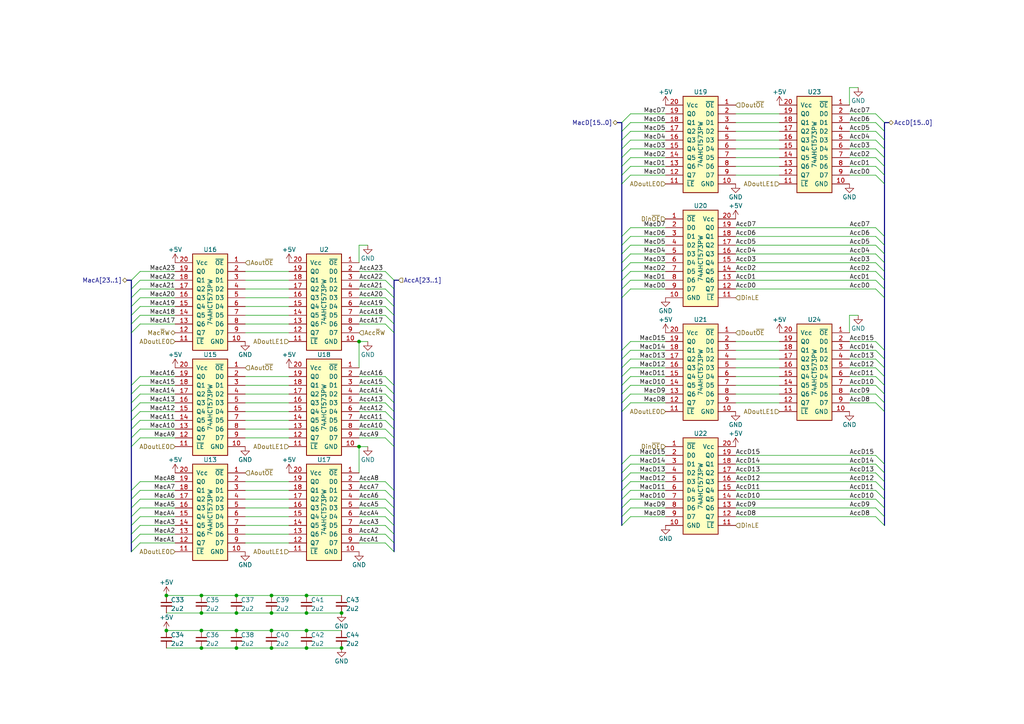
<source format=kicad_sch>
(kicad_sch (version 20211123) (generator eeschema)
  (paper "A4")
  (lib_symbols
    (symbol "Device:C_Small" (pin_numbers hide) (pin_names (offset 0.254) hide)
      (property "Reference" "C" (at 0.254 1.778 0))
      (property "Value" "C_Small" (at 0.254 -2.032 0))
      (symbol "C_Small_0_1"
        (polyline (pts (xy -1.524 -0.508) (xy 1.524 -0.508)) (stroke (width 0.3302)))
        (polyline (pts (xy -1.524 0.508) (xy 1.524 0.508)) (stroke (width 0.3048)))
      )
      (symbol "C_Small_1_1"
        (pin passive line (at 0 2.54 270) (length 2.032) (name "~") (number "1"))
        (pin passive line (at 0 -2.54 90) (length 2.032) (name "~") (number "2"))
      )
    )
    (symbol "GW_Logic:74573" (pin_names (offset 1.016))
      (property "Reference" "U" (at 0 15.24 0))
      (property "Value" "74573" (at 0 -15.24 0))
      (symbol "74573_0_1"
        (rectangle (start -5.08 13.97) (end 5.08 -13.97) (stroke (width 0.254)) (fill (type background)))
      )
      (symbol "74573_1_1"
        (pin input line (at -10.16 11.43 0) (length 5.08) (name "~{OE}") (number "1"))
        (pin power_in line (at -10.16 -11.43 0) (length 5.08) (name "GND") (number "10"))
        (pin input line (at 10.16 -11.43 180) (length 5.08) (name "~{LE}") (number "11"))
        (pin tri_state line (at 10.16 -8.89 180) (length 5.08) (name "Q7") (number "12"))
        (pin tri_state line (at 10.16 -6.35 180) (length 5.08) (name "Q6") (number "13"))
        (pin tri_state line (at 10.16 -3.81 180) (length 5.08) (name "Q5") (number "14"))
        (pin tri_state line (at 10.16 -1.27 180) (length 5.08) (name "Q4") (number "15"))
        (pin tri_state line (at 10.16 1.27 180) (length 5.08) (name "Q3") (number "16"))
        (pin tri_state line (at 10.16 3.81 180) (length 5.08) (name "Q2") (number "17"))
        (pin tri_state line (at 10.16 6.35 180) (length 5.08) (name "Q1") (number "18"))
        (pin tri_state line (at 10.16 8.89 180) (length 5.08) (name "Q0") (number "19"))
        (pin input line (at -10.16 8.89 0) (length 5.08) (name "D0") (number "2"))
        (pin power_in line (at 10.16 11.43 180) (length 5.08) (name "Vcc") (number "20"))
        (pin input line (at -10.16 6.35 0) (length 5.08) (name "D1") (number "3"))
        (pin input line (at -10.16 3.81 0) (length 5.08) (name "D2") (number "4"))
        (pin input line (at -10.16 1.27 0) (length 5.08) (name "D3") (number "5"))
        (pin input line (at -10.16 -1.27 0) (length 5.08) (name "D4") (number "6"))
        (pin input line (at -10.16 -3.81 0) (length 5.08) (name "D5") (number "7"))
        (pin input line (at -10.16 -6.35 0) (length 5.08) (name "D6") (number "8"))
        (pin input line (at -10.16 -8.89 0) (length 5.08) (name "D7") (number "9"))
      )
    )
    (symbol "power:+5V" (power) (pin_names (offset 0))
      (property "Value" "+5V" (at 0 3.556 0))
      (symbol "+5V_0_1"
        (polyline (pts (xy -0.762 1.27) (xy 0 2.54)))
        (polyline (pts (xy 0 0) (xy 0 2.54)))
        (polyline (pts (xy 0 2.54) (xy 0.762 1.27)))
      )
      (symbol "+5V_1_1"
        (pin power_in line (at 0 0 90) (length 0) hide (name "+5V") (number "1"))
      )
    )
    (symbol "power:GND" (power) (pin_names (offset 0))
      (property "Value" "GND" (at 0 -3.81 0))
      (symbol "GND_0_1"
        (polyline (pts (xy 0 0) (xy 0 -1.27) (xy 1.27 -1.27) (xy 0 -2.54) (xy -1.27 -1.27) (xy 0 -1.27)))
      )
      (symbol "GND_1_1"
        (pin power_in line (at 0 0 270) (length 0) hide (name "GND") (number "1"))
      )
    )
  )
  (junction (at 58.42 182.88))
  (junction (at 78.74 187.96))
  (junction (at 78.74 182.88))
  (junction (at 104.14 129.54))
  (junction (at 78.74 177.8))
  (junction (at 68.58 172.72))
  (junction (at 68.58 187.96))
  (junction (at 99.06 177.8))
  (junction (at 88.9 182.88))
  (junction (at 104.14 99.06))
  (junction (at 48.26 182.88))
  (junction (at 88.9 187.96))
  (junction (at 58.42 177.8))
  (junction (at 99.06 187.96))
  (junction (at 68.58 182.88))
  (junction (at 68.58 177.8))
  (junction (at 58.42 187.96))
  (junction (at 88.9 172.72))
  (junction (at 58.42 172.72))
  (junction (at 48.26 172.72))
  (junction (at 78.74 172.72))
  (junction (at 88.9 177.8))
  (bus_entry (at 254 104.14) (size 2.54 2.54))
  (bus_entry (at 111.76 144.78) (size 2.54 2.54))
  (bus_entry (at 111.76 78.74) (size 2.54 2.54))
  (bus_entry (at 111.76 109.22) (size 2.54 2.54))
  (bus_entry (at 182.88 114.3) (size -2.54 2.54))
  (bus_entry (at 111.76 152.4) (size 2.54 2.54))
  (bus_entry (at 254 99.06) (size 2.54 2.54))
  (bus_entry (at 182.88 50.8) (size -2.54 2.54))
  (bus_entry (at 40.64 121.92) (size -2.54 2.54))
  (bus_entry (at 40.64 86.36) (size -2.54 2.54))
  (bus_entry (at 182.88 66.04) (size -2.54 2.54))
  (bus_entry (at 40.64 88.9) (size -2.54 2.54))
  (bus_entry (at 111.76 88.9) (size 2.54 2.54))
  (bus_entry (at 182.88 137.16) (size -2.54 2.54))
  (bus_entry (at 254 116.84) (size 2.54 2.54))
  (bus_entry (at 182.88 68.58) (size -2.54 2.54))
  (bus_entry (at 182.88 101.6) (size -2.54 2.54))
  (bus_entry (at 111.76 116.84) (size 2.54 2.54))
  (bus_entry (at 40.64 119.38) (size -2.54 2.54))
  (bus_entry (at 254 48.26) (size 2.54 2.54))
  (bus_entry (at 111.76 83.82) (size 2.54 2.54))
  (bus_entry (at 254 45.72) (size 2.54 2.54))
  (bus_entry (at 40.64 142.24) (size -2.54 2.54))
  (bus_entry (at 40.64 124.46) (size -2.54 2.54))
  (bus_entry (at 254 114.3) (size 2.54 2.54))
  (bus_entry (at 40.64 127) (size -2.54 2.54))
  (bus_entry (at 40.64 152.4) (size -2.54 2.54))
  (bus_entry (at 254 50.8) (size 2.54 2.54))
  (bus_entry (at 111.76 142.24) (size 2.54 2.54))
  (bus_entry (at 254 43.18) (size 2.54 2.54))
  (bus_entry (at 40.64 81.28) (size -2.54 2.54))
  (bus_entry (at 182.88 144.78) (size -2.54 2.54))
  (bus_entry (at 254 83.82) (size 2.54 2.54))
  (bus_entry (at 182.88 109.22) (size -2.54 2.54))
  (bus_entry (at 111.76 111.76) (size 2.54 2.54))
  (bus_entry (at 182.88 78.74) (size -2.54 2.54))
  (bus_entry (at 182.88 134.62) (size -2.54 2.54))
  (bus_entry (at 254 73.66) (size 2.54 2.54))
  (bus_entry (at 182.88 83.82) (size -2.54 2.54))
  (bus_entry (at 182.88 43.18) (size -2.54 2.54))
  (bus_entry (at 254 40.64) (size 2.54 2.54))
  (bus_entry (at 111.76 147.32) (size 2.54 2.54))
  (bus_entry (at 254 149.86) (size 2.54 2.54))
  (bus_entry (at 40.64 139.7) (size -2.54 2.54))
  (bus_entry (at 182.88 40.64) (size -2.54 2.54))
  (bus_entry (at 254 68.58) (size 2.54 2.54))
  (bus_entry (at 254 33.02) (size 2.54 2.54))
  (bus_entry (at 111.76 91.44) (size 2.54 2.54))
  (bus_entry (at 182.88 111.76) (size -2.54 2.54))
  (bus_entry (at 182.88 106.68) (size -2.54 2.54))
  (bus_entry (at 182.88 71.12) (size -2.54 2.54))
  (bus_entry (at 254 106.68) (size 2.54 2.54))
  (bus_entry (at 182.88 139.7) (size -2.54 2.54))
  (bus_entry (at 40.64 78.74) (size -2.54 2.54))
  (bus_entry (at 254 142.24) (size 2.54 2.54))
  (bus_entry (at 254 139.7) (size 2.54 2.54))
  (bus_entry (at 254 71.12) (size 2.54 2.54))
  (bus_entry (at 40.64 93.98) (size -2.54 2.54))
  (bus_entry (at 254 78.74) (size 2.54 2.54))
  (bus_entry (at 111.76 127) (size 2.54 2.54))
  (bus_entry (at 111.76 119.38) (size 2.54 2.54))
  (bus_entry (at 182.88 147.32) (size -2.54 2.54))
  (bus_entry (at 111.76 121.92) (size 2.54 2.54))
  (bus_entry (at 254 147.32) (size 2.54 2.54))
  (bus_entry (at 111.76 139.7) (size 2.54 2.54))
  (bus_entry (at 111.76 114.3) (size 2.54 2.54))
  (bus_entry (at 254 66.04) (size 2.54 2.54))
  (bus_entry (at 182.88 116.84) (size -2.54 2.54))
  (bus_entry (at 182.88 48.26) (size -2.54 2.54))
  (bus_entry (at 40.64 109.22) (size -2.54 2.54))
  (bus_entry (at 182.88 33.02) (size -2.54 2.54))
  (bus_entry (at 40.64 114.3) (size -2.54 2.54))
  (bus_entry (at 111.76 149.86) (size 2.54 2.54))
  (bus_entry (at 111.76 154.94) (size 2.54 2.54))
  (bus_entry (at 40.64 111.76) (size -2.54 2.54))
  (bus_entry (at 254 132.08) (size 2.54 2.54))
  (bus_entry (at 40.64 149.86) (size -2.54 2.54))
  (bus_entry (at 182.88 76.2) (size -2.54 2.54))
  (bus_entry (at 182.88 132.08) (size -2.54 2.54))
  (bus_entry (at 254 144.78) (size 2.54 2.54))
  (bus_entry (at 40.64 154.94) (size -2.54 2.54))
  (bus_entry (at 111.76 81.28) (size 2.54 2.54))
  (bus_entry (at 254 35.56) (size 2.54 2.54))
  (bus_entry (at 40.64 157.48) (size -2.54 2.54))
  (bus_entry (at 182.88 104.14) (size -2.54 2.54))
  (bus_entry (at 182.88 45.72) (size -2.54 2.54))
  (bus_entry (at 40.64 83.82) (size -2.54 2.54))
  (bus_entry (at 254 38.1) (size 2.54 2.54))
  (bus_entry (at 111.76 124.46) (size 2.54 2.54))
  (bus_entry (at 254 111.76) (size 2.54 2.54))
  (bus_entry (at 40.64 144.78) (size -2.54 2.54))
  (bus_entry (at 254 109.22) (size 2.54 2.54))
  (bus_entry (at 182.88 149.86) (size -2.54 2.54))
  (bus_entry (at 111.76 86.36) (size 2.54 2.54))
  (bus_entry (at 182.88 99.06) (size -2.54 2.54))
  (bus_entry (at 182.88 38.1) (size -2.54 2.54))
  (bus_entry (at 111.76 157.48) (size 2.54 2.54))
  (bus_entry (at 254 76.2) (size 2.54 2.54))
  (bus_entry (at 254 137.16) (size 2.54 2.54))
  (bus_entry (at 182.88 73.66) (size -2.54 2.54))
  (bus_entry (at 254 101.6) (size 2.54 2.54))
  (bus_entry (at 40.64 116.84) (size -2.54 2.54))
  (bus_entry (at 40.64 147.32) (size -2.54 2.54))
  (bus_entry (at 254 81.28) (size 2.54 2.54))
  (bus_entry (at 40.64 91.44) (size -2.54 2.54))
  (bus_entry (at 111.76 93.98) (size 2.54 2.54))
  (bus_entry (at 182.88 81.28) (size -2.54 2.54))
  (bus_entry (at 182.88 35.56) (size -2.54 2.54))
  (bus_entry (at 254 134.62) (size 2.54 2.54))
  (bus_entry (at 182.88 142.24) (size -2.54 2.54))
  (wire (pts (xy 246.38 38.1) (xy 254 38.1)))
  (wire (pts (xy 48.26 177.8) (xy 58.42 177.8)))
  (bus (pts (xy 256.54 109.22) (xy 256.54 111.76)))
  (wire (pts (xy 71.12 147.32) (xy 83.82 147.32)))
  (wire (pts (xy 182.88 71.12) (xy 193.04 71.12)))
  (wire (pts (xy 50.8 109.22) (xy 40.64 109.22)))
  (wire (pts (xy 71.12 83.82) (xy 83.82 83.82)))
  (wire (pts (xy 50.8 144.78) (xy 40.64 144.78)))
  (wire (pts (xy 88.9 182.88) (xy 99.06 182.88)))
  (wire (pts (xy 213.36 139.7) (xy 254 139.7)))
  (wire (pts (xy 50.8 78.74) (xy 40.64 78.74)))
  (bus (pts (xy 257.81 35.56) (xy 256.54 35.56)))
  (wire (pts (xy 50.8 83.82) (xy 40.64 83.82)))
  (wire (pts (xy 50.8 127) (xy 40.64 127)))
  (bus (pts (xy 256.54 50.8) (xy 256.54 53.34)))
  (bus (pts (xy 114.3 152.4) (xy 114.3 154.94)))
  (wire (pts (xy 104.14 129.54) (xy 106.68 129.54)))
  (wire (pts (xy 213.36 114.3) (xy 226.06 114.3)))
  (wire (pts (xy 213.36 104.14) (xy 226.06 104.14)))
  (wire (pts (xy 246.38 91.44) (xy 248.92 91.44)))
  (bus (pts (xy 38.1 152.4) (xy 38.1 154.94)))
  (bus (pts (xy 180.34 116.84) (xy 180.34 119.38)))
  (bus (pts (xy 180.34 43.18) (xy 180.34 45.72)))
  (wire (pts (xy 182.88 83.82) (xy 193.04 83.82)))
  (wire (pts (xy 50.8 149.86) (xy 40.64 149.86)))
  (wire (pts (xy 71.12 139.7) (xy 83.82 139.7)))
  (bus (pts (xy 256.54 86.36) (xy 256.54 101.6)))
  (wire (pts (xy 48.26 182.88) (xy 58.42 182.88)))
  (bus (pts (xy 180.34 35.56) (xy 180.34 38.1)))
  (wire (pts (xy 71.12 109.22) (xy 83.82 109.22)))
  (bus (pts (xy 256.54 83.82) (xy 256.54 86.36)))
  (bus (pts (xy 256.54 53.34) (xy 256.54 68.58)))
  (wire (pts (xy 213.36 144.78) (xy 254 144.78)))
  (bus (pts (xy 180.34 38.1) (xy 180.34 40.64)))
  (wire (pts (xy 213.36 68.58) (xy 254 68.58)))
  (wire (pts (xy 182.88 38.1) (xy 193.04 38.1)))
  (wire (pts (xy 104.14 91.44) (xy 111.76 91.44)))
  (bus (pts (xy 38.1 119.38) (xy 38.1 121.92)))
  (wire (pts (xy 50.8 111.76) (xy 40.64 111.76)))
  (wire (pts (xy 71.12 121.92) (xy 83.82 121.92)))
  (wire (pts (xy 182.88 144.78) (xy 193.04 144.78)))
  (wire (pts (xy 50.8 91.44) (xy 40.64 91.44)))
  (wire (pts (xy 213.36 45.72) (xy 226.06 45.72)))
  (wire (pts (xy 71.12 119.38) (xy 83.82 119.38)))
  (wire (pts (xy 58.42 187.96) (xy 68.58 187.96)))
  (bus (pts (xy 38.1 83.82) (xy 38.1 86.36)))
  (bus (pts (xy 256.54 144.78) (xy 256.54 147.32)))
  (wire (pts (xy 246.38 111.76) (xy 254 111.76)))
  (bus (pts (xy 38.1 149.86) (xy 38.1 152.4)))
  (bus (pts (xy 114.3 149.86) (xy 114.3 152.4)))
  (bus (pts (xy 114.3 88.9) (xy 114.3 91.44)))
  (wire (pts (xy 48.26 172.72) (xy 58.42 172.72)))
  (wire (pts (xy 213.36 76.2) (xy 254 76.2)))
  (wire (pts (xy 71.12 152.4) (xy 83.82 152.4)))
  (wire (pts (xy 213.36 106.68) (xy 226.06 106.68)))
  (wire (pts (xy 50.8 86.36) (xy 40.64 86.36)))
  (bus (pts (xy 180.34 104.14) (xy 180.34 106.68)))
  (wire (pts (xy 104.14 147.32) (xy 111.76 147.32)))
  (wire (pts (xy 246.38 48.26) (xy 254 48.26)))
  (bus (pts (xy 179.07 35.56) (xy 180.34 35.56)))
  (bus (pts (xy 256.54 68.58) (xy 256.54 71.12)))
  (wire (pts (xy 78.74 172.72) (xy 88.9 172.72)))
  (bus (pts (xy 180.34 48.26) (xy 180.34 50.8)))
  (wire (pts (xy 182.88 76.2) (xy 193.04 76.2)))
  (bus (pts (xy 256.54 137.16) (xy 256.54 139.7)))
  (wire (pts (xy 213.36 99.06) (xy 226.06 99.06)))
  (bus (pts (xy 114.3 96.52) (xy 114.3 111.76)))
  (wire (pts (xy 246.38 45.72) (xy 254 45.72)))
  (wire (pts (xy 104.14 152.4) (xy 111.76 152.4)))
  (bus (pts (xy 180.34 40.64) (xy 180.34 43.18)))
  (wire (pts (xy 182.88 50.8) (xy 193.04 50.8)))
  (wire (pts (xy 182.88 134.62) (xy 193.04 134.62)))
  (wire (pts (xy 213.36 66.04) (xy 254 66.04)))
  (bus (pts (xy 180.34 144.78) (xy 180.34 147.32)))
  (wire (pts (xy 104.14 83.82) (xy 111.76 83.82)))
  (wire (pts (xy 71.12 78.74) (xy 83.82 78.74)))
  (bus (pts (xy 38.1 142.24) (xy 38.1 144.78)))
  (bus (pts (xy 180.34 76.2) (xy 180.34 78.74)))
  (wire (pts (xy 71.12 144.78) (xy 83.82 144.78)))
  (wire (pts (xy 50.8 139.7) (xy 40.64 139.7)))
  (wire (pts (xy 50.8 93.98) (xy 40.64 93.98)))
  (wire (pts (xy 213.36 43.18) (xy 226.06 43.18)))
  (bus (pts (xy 38.1 147.32) (xy 38.1 149.86)))
  (wire (pts (xy 213.36 38.1) (xy 226.06 38.1)))
  (wire (pts (xy 182.88 111.76) (xy 193.04 111.76)))
  (wire (pts (xy 213.36 81.28) (xy 254 81.28)))
  (bus (pts (xy 256.54 45.72) (xy 256.54 48.26)))
  (wire (pts (xy 71.12 93.98) (xy 83.82 93.98)))
  (wire (pts (xy 182.88 137.16) (xy 193.04 137.16)))
  (wire (pts (xy 50.8 114.3) (xy 40.64 114.3)))
  (bus (pts (xy 114.3 127) (xy 114.3 129.54)))
  (wire (pts (xy 104.14 93.98) (xy 111.76 93.98)))
  (bus (pts (xy 256.54 76.2) (xy 256.54 78.74)))
  (wire (pts (xy 213.36 48.26) (xy 226.06 48.26)))
  (bus (pts (xy 256.54 134.62) (xy 256.54 137.16)))
  (wire (pts (xy 104.14 86.36) (xy 111.76 86.36)))
  (wire (pts (xy 104.14 116.84) (xy 111.76 116.84)))
  (bus (pts (xy 114.3 114.3) (xy 114.3 116.84)))
  (wire (pts (xy 213.36 78.74) (xy 254 78.74)))
  (wire (pts (xy 58.42 172.72) (xy 68.58 172.72)))
  (bus (pts (xy 114.3 142.24) (xy 114.3 144.78)))
  (wire (pts (xy 246.38 25.4) (xy 248.92 25.4)))
  (bus (pts (xy 180.34 114.3) (xy 180.34 116.84)))
  (wire (pts (xy 182.88 43.18) (xy 193.04 43.18)))
  (wire (pts (xy 246.38 99.06) (xy 254 99.06)))
  (bus (pts (xy 38.1 157.48) (xy 38.1 160.02)))
  (wire (pts (xy 104.14 157.48) (xy 111.76 157.48)))
  (bus (pts (xy 114.3 121.92) (xy 114.3 124.46)))
  (bus (pts (xy 180.34 137.16) (xy 180.34 139.7)))
  (bus (pts (xy 38.1 144.78) (xy 38.1 147.32)))
  (bus (pts (xy 38.1 154.94) (xy 38.1 157.48)))
  (wire (pts (xy 50.8 88.9) (xy 40.64 88.9)))
  (wire (pts (xy 104.14 129.54) (xy 104.14 137.16)))
  (wire (pts (xy 213.36 109.22) (xy 226.06 109.22)))
  (wire (pts (xy 246.38 109.22) (xy 254 109.22)))
  (bus (pts (xy 256.54 78.74) (xy 256.54 81.28)))
  (bus (pts (xy 180.34 139.7) (xy 180.34 142.24)))
  (bus (pts (xy 38.1 93.98) (xy 38.1 96.52)))
  (wire (pts (xy 58.42 182.88) (xy 68.58 182.88)))
  (bus (pts (xy 38.1 111.76) (xy 38.1 114.3)))
  (bus (pts (xy 180.34 106.68) (xy 180.34 109.22)))
  (wire (pts (xy 104.14 139.7) (xy 111.76 139.7)))
  (wire (pts (xy 88.9 177.8) (xy 99.06 177.8)))
  (bus (pts (xy 180.34 68.58) (xy 180.34 71.12)))
  (wire (pts (xy 213.36 142.24) (xy 254 142.24)))
  (wire (pts (xy 50.8 157.48) (xy 40.64 157.48)))
  (bus (pts (xy 256.54 119.38) (xy 256.54 134.62)))
  (bus (pts (xy 38.1 96.52) (xy 38.1 111.76)))
  (bus (pts (xy 114.3 147.32) (xy 114.3 149.86)))
  (wire (pts (xy 68.58 187.96) (xy 78.74 187.96)))
  (bus (pts (xy 256.54 139.7) (xy 256.54 142.24)))
  (wire (pts (xy 71.12 142.24) (xy 83.82 142.24)))
  (wire (pts (xy 246.38 106.68) (xy 254 106.68)))
  (wire (pts (xy 104.14 119.38) (xy 111.76 119.38)))
  (bus (pts (xy 38.1 124.46) (xy 38.1 127)))
  (wire (pts (xy 71.12 114.3) (xy 83.82 114.3)))
  (wire (pts (xy 104.14 81.28) (xy 111.76 81.28)))
  (wire (pts (xy 182.88 106.68) (xy 193.04 106.68)))
  (wire (pts (xy 246.38 33.02) (xy 254 33.02)))
  (wire (pts (xy 71.12 91.44) (xy 83.82 91.44)))
  (wire (pts (xy 50.8 142.24) (xy 40.64 142.24)))
  (bus (pts (xy 38.1 116.84) (xy 38.1 119.38)))
  (bus (pts (xy 256.54 35.56) (xy 256.54 38.1)))
  (bus (pts (xy 256.54 71.12) (xy 256.54 73.66)))
  (wire (pts (xy 50.8 121.92) (xy 40.64 121.92)))
  (bus (pts (xy 38.1 86.36) (xy 38.1 88.9)))
  (bus (pts (xy 114.3 86.36) (xy 114.3 88.9)))
  (bus (pts (xy 180.34 111.76) (xy 180.34 114.3)))
  (wire (pts (xy 182.88 142.24) (xy 193.04 142.24)))
  (wire (pts (xy 104.14 121.92) (xy 111.76 121.92)))
  (wire (pts (xy 104.14 149.86) (xy 111.76 149.86)))
  (wire (pts (xy 71.12 111.76) (xy 83.82 111.76)))
  (bus (pts (xy 256.54 106.68) (xy 256.54 109.22)))
  (wire (pts (xy 182.88 33.02) (xy 193.04 33.02)))
  (bus (pts (xy 114.3 119.38) (xy 114.3 121.92)))
  (bus (pts (xy 38.1 114.3) (xy 38.1 116.84)))
  (wire (pts (xy 213.36 50.8) (xy 226.06 50.8)))
  (bus (pts (xy 180.34 81.28) (xy 180.34 83.82)))
  (bus (pts (xy 256.54 73.66) (xy 256.54 76.2)))
  (wire (pts (xy 106.68 71.12) (xy 104.14 71.12)))
  (wire (pts (xy 182.88 114.3) (xy 193.04 114.3)))
  (wire (pts (xy 182.88 139.7) (xy 193.04 139.7)))
  (wire (pts (xy 71.12 81.28) (xy 83.82 81.28)))
  (wire (pts (xy 78.74 187.96) (xy 88.9 187.96)))
  (wire (pts (xy 213.36 33.02) (xy 226.06 33.02)))
  (wire (pts (xy 71.12 157.48) (xy 83.82 157.48)))
  (bus (pts (xy 180.34 119.38) (xy 180.34 134.62)))
  (bus (pts (xy 114.3 83.82) (xy 114.3 86.36)))
  (bus (pts (xy 180.34 109.22) (xy 180.34 111.76)))
  (wire (pts (xy 182.88 48.26) (xy 193.04 48.26)))
  (bus (pts (xy 36.83 81.28) (xy 38.1 81.28)))
  (bus (pts (xy 256.54 114.3) (xy 256.54 116.84)))
  (wire (pts (xy 50.8 147.32) (xy 40.64 147.32)))
  (wire (pts (xy 71.12 86.36) (xy 83.82 86.36)))
  (bus (pts (xy 114.3 81.28) (xy 114.3 83.82)))
  (wire (pts (xy 213.36 147.32) (xy 254 147.32)))
  (wire (pts (xy 213.36 116.84) (xy 226.06 116.84)))
  (wire (pts (xy 104.14 76.2) (xy 104.14 71.12)))
  (wire (pts (xy 50.8 116.84) (xy 40.64 116.84)))
  (bus (pts (xy 114.3 116.84) (xy 114.3 119.38)))
  (wire (pts (xy 182.88 68.58) (xy 193.04 68.58)))
  (wire (pts (xy 78.74 182.88) (xy 88.9 182.88)))
  (wire (pts (xy 213.36 132.08) (xy 254 132.08)))
  (wire (pts (xy 104.14 124.46) (xy 111.76 124.46)))
  (bus (pts (xy 180.34 142.24) (xy 180.34 144.78)))
  (wire (pts (xy 104.14 144.78) (xy 111.76 144.78)))
  (wire (pts (xy 104.14 142.24) (xy 111.76 142.24)))
  (wire (pts (xy 104.14 154.94) (xy 111.76 154.94)))
  (wire (pts (xy 246.38 50.8) (xy 254 50.8)))
  (bus (pts (xy 114.3 144.78) (xy 114.3 147.32)))
  (wire (pts (xy 213.36 137.16) (xy 254 137.16)))
  (bus (pts (xy 38.1 129.54) (xy 38.1 142.24)))
  (bus (pts (xy 114.3 111.76) (xy 114.3 114.3)))
  (wire (pts (xy 88.9 187.96) (xy 99.06 187.96)))
  (wire (pts (xy 104.14 106.68) (xy 104.14 99.06)))
  (wire (pts (xy 246.38 40.64) (xy 254 40.64)))
  (wire (pts (xy 182.88 109.22) (xy 193.04 109.22)))
  (wire (pts (xy 78.74 177.8) (xy 88.9 177.8)))
  (wire (pts (xy 213.36 35.56) (xy 226.06 35.56)))
  (wire (pts (xy 104.14 88.9) (xy 111.76 88.9)))
  (bus (pts (xy 180.34 149.86) (xy 180.34 152.4)))
  (wire (pts (xy 246.38 35.56) (xy 254 35.56)))
  (wire (pts (xy 50.8 119.38) (xy 40.64 119.38)))
  (wire (pts (xy 182.88 99.06) (xy 193.04 99.06)))
  (wire (pts (xy 106.68 99.06) (xy 104.14 99.06)))
  (wire (pts (xy 71.12 149.86) (xy 83.82 149.86)))
  (bus (pts (xy 180.34 134.62) (xy 180.34 137.16)))
  (wire (pts (xy 71.12 96.52) (xy 83.82 96.52)))
  (wire (pts (xy 71.12 88.9) (xy 83.82 88.9)))
  (bus (pts (xy 38.1 81.28) (xy 38.1 83.82)))
  (wire (pts (xy 182.88 81.28) (xy 193.04 81.28)))
  (wire (pts (xy 246.38 116.84) (xy 254 116.84)))
  (bus (pts (xy 38.1 121.92) (xy 38.1 124.46)))
  (bus (pts (xy 180.34 73.66) (xy 180.34 76.2)))
  (bus (pts (xy 256.54 38.1) (xy 256.54 40.64)))
  (bus (pts (xy 256.54 111.76) (xy 256.54 114.3)))
  (bus (pts (xy 180.34 86.36) (xy 180.34 101.6)))
  (bus (pts (xy 180.34 53.34) (xy 180.34 68.58)))
  (wire (pts (xy 213.36 134.62) (xy 254 134.62)))
  (wire (pts (xy 182.88 35.56) (xy 193.04 35.56)))
  (bus (pts (xy 38.1 127) (xy 38.1 129.54)))
  (wire (pts (xy 182.88 147.32) (xy 193.04 147.32)))
  (wire (pts (xy 71.12 154.94) (xy 83.82 154.94)))
  (wire (pts (xy 50.8 154.94) (xy 40.64 154.94)))
  (bus (pts (xy 180.34 101.6) (xy 180.34 104.14)))
  (wire (pts (xy 182.88 149.86) (xy 193.04 149.86)))
  (wire (pts (xy 104.14 78.74) (xy 111.76 78.74)))
  (bus (pts (xy 256.54 43.18) (xy 256.54 45.72)))
  (bus (pts (xy 115.57 81.28) (xy 114.3 81.28)))
  (bus (pts (xy 180.34 45.72) (xy 180.34 48.26)))
  (bus (pts (xy 256.54 48.26) (xy 256.54 50.8)))
  (bus (pts (xy 256.54 104.14) (xy 256.54 106.68)))
  (wire (pts (xy 213.36 83.82) (xy 254 83.82)))
  (bus (pts (xy 256.54 40.64) (xy 256.54 43.18)))
  (wire (pts (xy 182.88 40.64) (xy 193.04 40.64)))
  (wire (pts (xy 213.36 101.6) (xy 226.06 101.6)))
  (wire (pts (xy 50.8 152.4) (xy 40.64 152.4)))
  (bus (pts (xy 256.54 149.86) (xy 256.54 152.4)))
  (bus (pts (xy 114.3 154.94) (xy 114.3 157.48)))
  (bus (pts (xy 180.34 50.8) (xy 180.34 53.34)))
  (wire (pts (xy 48.26 187.96) (xy 58.42 187.96)))
  (bus (pts (xy 114.3 129.54) (xy 114.3 142.24)))
  (wire (pts (xy 50.8 124.46) (xy 40.64 124.46)))
  (wire (pts (xy 213.36 111.76) (xy 226.06 111.76)))
  (bus (pts (xy 180.34 147.32) (xy 180.34 149.86)))
  (wire (pts (xy 68.58 182.88) (xy 78.74 182.88)))
  (wire (pts (xy 246.38 104.14) (xy 254 104.14)))
  (wire (pts (xy 182.88 104.14) (xy 193.04 104.14)))
  (wire (pts (xy 50.8 81.28) (xy 40.64 81.28)))
  (bus (pts (xy 180.34 83.82) (xy 180.34 86.36)))
  (wire (pts (xy 104.14 109.22) (xy 111.76 109.22)))
  (wire (pts (xy 182.88 78.74) (xy 193.04 78.74)))
  (wire (pts (xy 104.14 111.76) (xy 111.76 111.76)))
  (bus (pts (xy 256.54 81.28) (xy 256.54 83.82)))
  (bus (pts (xy 256.54 116.84) (xy 256.54 119.38)))
  (bus (pts (xy 114.3 124.46) (xy 114.3 127)))
  (wire (pts (xy 71.12 127) (xy 83.82 127)))
  (wire (pts (xy 182.88 45.72) (xy 193.04 45.72)))
  (wire (pts (xy 246.38 91.44) (xy 246.38 96.52)))
  (bus (pts (xy 180.34 78.74) (xy 180.34 81.28)))
  (wire (pts (xy 182.88 132.08) (xy 193.04 132.08)))
  (bus (pts (xy 256.54 101.6) (xy 256.54 104.14)))
  (wire (pts (xy 246.38 43.18) (xy 254 43.18)))
  (bus (pts (xy 256.54 142.24) (xy 256.54 144.78)))
  (bus (pts (xy 256.54 147.32) (xy 256.54 149.86)))
  (wire (pts (xy 71.12 116.84) (xy 83.82 116.84)))
  (wire (pts (xy 182.88 73.66) (xy 193.04 73.66)))
  (wire (pts (xy 58.42 177.8) (xy 68.58 177.8)))
  (bus (pts (xy 180.34 71.12) (xy 180.34 73.66)))
  (wire (pts (xy 71.12 124.46) (xy 83.82 124.46)))
  (wire (pts (xy 68.58 177.8) (xy 78.74 177.8)))
  (wire (pts (xy 213.36 71.12) (xy 254 71.12)))
  (wire (pts (xy 182.88 66.04) (xy 193.04 66.04)))
  (wire (pts (xy 88.9 172.72) (xy 99.06 172.72)))
  (bus (pts (xy 38.1 91.44) (xy 38.1 93.98)))
  (wire (pts (xy 246.38 25.4) (xy 246.38 30.48)))
  (bus (pts (xy 114.3 91.44) (xy 114.3 93.98)))
  (wire (pts (xy 213.36 73.66) (xy 254 73.66)))
  (wire (pts (xy 246.38 101.6) (xy 254 101.6)))
  (bus (pts (xy 114.3 93.98) (xy 114.3 96.52)))
  (wire (pts (xy 213.36 149.86) (xy 254 149.86)))
  (bus (pts (xy 114.3 157.48) (xy 114.3 160.02)))
  (wire (pts (xy 104.14 114.3) (xy 111.76 114.3)))
  (wire (pts (xy 182.88 116.84) (xy 193.04 116.84)))
  (wire (pts (xy 182.88 101.6) (xy 193.04 101.6)))
  (wire (pts (xy 213.36 40.64) (xy 226.06 40.64)))
  (wire (pts (xy 104.14 127) (xy 111.76 127)))
  (bus (pts (xy 38.1 88.9) (xy 38.1 91.44)))
  (wire (pts (xy 246.38 114.3) (xy 254 114.3)))
  (wire (pts (xy 68.58 172.72) (xy 78.74 172.72)))
  (label "AccA18" (at 104.14 91.44 0))
  (label "MacA18" (at 50.8 91.44 180))
  (label "MacD3" (at 193.04 76.2 180))
  (label "AccD13" (at 246.38 137.16 0))
  (label "AccD15" (at 213.36 132.08 0))
  (label "MacD14" (at 193.04 101.6 180))
  (label "AccA10" (at 104.14 124.46 0))
  (label "MacA13" (at 50.8 116.84 180))
  (label "MacA5" (at 50.8 147.32 180))
  (label "MacA21" (at 50.8 83.82 180))
  (label "AccD8" (at 246.38 149.86 0))
  (label "AccA14" (at 104.14 114.3 0))
  (label "AccD11" (at 246.38 142.24 0))
  (label "MacA1" (at 50.8 157.48 180))
  (label "AccD13" (at 213.36 137.16 0))
  (label "MacA17" (at 50.8 93.98 180))
  (label "MacA2" (at 50.8 154.94 180))
  (label "MacA12" (at 50.8 119.38 180))
  (label "MacD14" (at 193.04 134.62 180))
  (label "AccD13" (at 246.38 104.14 0))
  (label "AccD14" (at 246.38 134.62 0))
  (label "AccD4" (at 246.38 73.66 0))
  (label "AccD5" (at 246.38 71.12 0))
  (label "AccD10" (at 246.38 144.78 0))
  (label "AccD0" (at 213.36 83.82 0))
  (label "AccD7" (at 246.38 33.02 0))
  (label "AccD12" (at 246.38 139.7 0))
  (label "AccA4" (at 104.14 149.86 0))
  (label "MacD2" (at 193.04 78.74 180))
  (label "AccD0" (at 246.38 50.8 0))
  (label "MacA23" (at 50.8 78.74 180))
  (label "AccA16" (at 104.14 109.22 0))
  (label "MacD4" (at 193.04 40.64 180))
  (label "AccD9" (at 213.36 147.32 0))
  (label "MacA14" (at 50.8 114.3 180))
  (label "MacA16" (at 50.8 109.22 180))
  (label "AccD11" (at 246.38 109.22 0))
  (label "AccD6" (at 246.38 68.58 0))
  (label "AccA23" (at 104.14 78.74 0))
  (label "MacD0" (at 193.04 83.82 180))
  (label "MacD15" (at 193.04 132.08 180))
  (label "MacA10" (at 50.8 124.46 180))
  (label "AccD1" (at 213.36 81.28 0))
  (label "MacD13" (at 193.04 104.14 180))
  (label "AccA8" (at 104.14 139.7 0))
  (label "AccA15" (at 104.14 111.76 0))
  (label "AccD9" (at 246.38 147.32 0))
  (label "MacD12" (at 193.04 106.68 180))
  (label "MacA11" (at 50.8 121.92 180))
  (label "AccA17" (at 104.14 93.98 0))
  (label "AccD2" (at 246.38 78.74 0))
  (label "MacA15" (at 50.8 111.76 180))
  (label "AccA20" (at 104.14 86.36 0))
  (label "MacD5" (at 193.04 71.12 180))
  (label "MacD10" (at 193.04 111.76 180))
  (label "MacD6" (at 193.04 35.56 180))
  (label "AccA19" (at 104.14 88.9 0))
  (label "AccA11" (at 104.14 121.92 0))
  (label "AccD8" (at 246.38 116.84 0))
  (label "MacD1" (at 193.04 48.26 180))
  (label "MacA3" (at 50.8 152.4 180))
  (label "MacD9" (at 193.04 114.3 180))
  (label "AccD7" (at 246.38 66.04 0))
  (label "AccD8" (at 213.36 149.86 0))
  (label "MacA22" (at 50.8 81.28 180))
  (label "MacD0" (at 193.04 50.8 180))
  (label "AccD7" (at 213.36 66.04 0))
  (label "AccD2" (at 213.36 78.74 0))
  (label "AccD3" (at 213.36 76.2 0))
  (label "MacD12" (at 193.04 139.7 180))
  (label "MacD11" (at 193.04 142.24 180))
  (label "AccD1" (at 246.38 81.28 0))
  (label "AccA5" (at 104.14 147.32 0))
  (label "AccD6" (at 213.36 68.58 0))
  (label "AccD4" (at 246.38 40.64 0))
  (label "MacD10" (at 193.04 144.78 180))
  (label "AccD3" (at 246.38 43.18 0))
  (label "AccD1" (at 246.38 48.26 0))
  (label "AccD5" (at 213.36 71.12 0))
  (label "AccD15" (at 246.38 99.06 0))
  (label "AccD2" (at 246.38 45.72 0))
  (label "AccD11" (at 213.36 142.24 0))
  (label "MacD8" (at 193.04 116.84 180))
  (label "AccD15" (at 246.38 132.08 0))
  (label "MacD7" (at 193.04 33.02 180))
  (label "MacD5" (at 193.04 38.1 180))
  (label "AccA9" (at 104.14 127 0))
  (label "AccD4" (at 213.36 73.66 0))
  (label "AccD9" (at 246.38 114.3 0))
  (label "AccA22" (at 104.14 81.28 0))
  (label "MacD13" (at 193.04 137.16 180))
  (label "AccA1" (at 104.14 157.48 0))
  (label "MacD4" (at 193.04 73.66 180))
  (label "AccA7" (at 104.14 142.24 0))
  (label "AccA2" (at 104.14 154.94 0))
  (label "AccA21" (at 104.14 83.82 0))
  (label "MacA4" (at 50.8 149.86 180))
  (label "AccD10" (at 213.36 144.78 0))
  (label "MacD2" (at 193.04 45.72 180))
  (label "MacD11" (at 193.04 109.22 180))
  (label "MacD9" (at 193.04 147.32 180))
  (label "AccD12" (at 213.36 139.7 0))
  (label "MacD8" (at 193.04 149.86 180))
  (label "AccD3" (at 246.38 76.2 0))
  (label "AccD10" (at 246.38 111.76 0))
  (label "MacD3" (at 193.04 43.18 180))
  (label "MacA19" (at 50.8 88.9 180))
  (label "AccA12" (at 104.14 119.38 0))
  (label "AccD14" (at 213.36 134.62 0))
  (label "AccD6" (at 246.38 35.56 0))
  (label "MacA6" (at 50.8 144.78 180))
  (label "MacA8" (at 50.8 139.7 180))
  (label "MacD1" (at 193.04 81.28 180))
  (label "MacA9" (at 50.8 127 180))
  (label "MacD6" (at 193.04 68.58 180))
  (label "MacA20" (at 50.8 86.36 180))
  (label "MacA7" (at 50.8 142.24 180))
  (label "AccD14" (at 246.38 101.6 0))
  (label "AccD12" (at 246.38 106.68 0))
  (label "AccD5" (at 246.38 38.1 0))
  (label "MacD7" (at 193.04 66.04 180))
  (label "AccA6" (at 104.14 144.78 0))
  (label "AccD0" (at 246.38 83.82 0))
  (label "AccA3" (at 104.14 152.4 0))
  (label "MacD15" (at 193.04 99.06 180))
  (label "AccA13" (at 104.14 116.84 0))
  (hierarchical_label "ADoutLE0" (shape input) (at 50.8 160.02 180))
  (hierarchical_label "ADoutLE1" (shape input) (at 83.82 160.02 180))
  (hierarchical_label "ADoutLE0" (shape input) (at 50.8 129.54 180))
  (hierarchical_label "AccA[23..1]" (shape input) (at 115.57 81.28 0))
  (hierarchical_label "ADoutLE0" (shape input) (at 193.04 119.38 180))
  (hierarchical_label "Mac~{R}W" (shape tri_state) (at 50.8 96.52 180))
  (hierarchical_label "ADoutLE1" (shape input) (at 83.82 99.06 180))
  (hierarchical_label "Dout~{OE}" (shape input) (at 213.36 30.48 0))
  (hierarchical_label "ADoutLE1" (shape input) (at 226.06 119.38 180))
  (hierarchical_label "Din~{OE}" (shape input) (at 193.04 63.5 180))
  (hierarchical_label "DinLE" (shape input) (at 213.36 152.4 0))
  (hierarchical_label "Aout~{OE}" (shape input) (at 71.12 76.2 0))
  (hierarchical_label "Acc~{R}W" (shape input) (at 104.14 96.52 0))
  (hierarchical_label "ADoutLE0" (shape input) (at 50.8 99.06 180))
  (hierarchical_label "Aout~{OE}" (shape input) (at 71.12 106.68 0))
  (hierarchical_label "Aout~{OE}" (shape input) (at 71.12 137.16 0))
  (hierarchical_label "MacD[15..0]" (shape bidirectional) (at 179.07 35.56 180))
  (hierarchical_label "Din~{OE}" (shape input) (at 193.04 129.54 180))
  (hierarchical_label "MacA[23..1]" (shape tri_state) (at 36.83 81.28 180))
  (hierarchical_label "Dout~{OE}" (shape input) (at 213.36 96.52 0))
  (hierarchical_label "ADoutLE0" (shape input) (at 193.04 53.34 180))
  (hierarchical_label "DinLE" (shape input) (at 213.36 86.36 0))
  (hierarchical_label "ADoutLE1" (shape input) (at 83.82 129.54 180))
  (hierarchical_label "ADoutLE1" (shape input) (at 226.06 53.34 180))
  (hierarchical_label "AccD[15..0]" (shape bidirectional) (at 257.81 35.56 0))
  (symbol (lib_id "GW_Logic:74573") (at 60.96 148.59 0) (mirror y) (unit 1)
    (property "Reference" "U13" (at 60.96 133.35 0))
    (property "Value" "74AHCT573PW" (at 60.96 148.59 90))
    (property "Footprint" "stdpads:TSSOP-20_4.4x6.5mm_P0.65mm" (effects hide))
    (property "LCSC Part" "C141311" (effects hide))
  )
  (symbol (lib_id "GW_Logic:74573") (at 60.96 118.11 0) (mirror y) (unit 1)
    (property "Reference" "U15" (at 60.96 102.87 0))
    (property "Value" "74AHCT573PW" (at 60.96 118.11 90))
    (property "Footprint" "stdpads:TSSOP-20_4.4x6.5mm_P0.65mm" (effects hide))
    (property "LCSC Part" "C141311" (effects hide))
  )
  (symbol (lib_id "power:GND") (at 71.12 160.02 0) (unit 1)
    (property "Reference" "#PWR0166" (effects hide))
    (property "Value" "GND" (at 71.12 163.83 0))
  )
  (symbol (lib_id "power:GND") (at 71.12 129.54 0) (unit 1)
    (property "Reference" "#PWR0167" (effects hide))
    (property "Value" "GND" (at 71.12 133.35 0))
  )
  (symbol (lib_id "GW_Logic:74573") (at 203.2 41.91 0) (mirror y) (unit 1)
    (property "Reference" "U19" (at 203.2 26.67 0))
    (property "Value" "74AHCT573PW" (at 203.2 41.91 90))
    (property "Footprint" "stdpads:TSSOP-20_4.4x6.5mm_P0.65mm" (effects hide))
    (property "LCSC Part" "C141311" (effects hide))
  )
  (symbol (lib_id "GW_Logic:74573") (at 203.2 74.93 0) (unit 1)
    (property "Reference" "U20" (at 203.2 59.69 0))
    (property "Value" "74AHCT573PW" (at 203.2 74.93 90))
    (property "Footprint" "stdpads:TSSOP-20_4.4x6.5mm_P0.65mm" (effects hide))
    (property "LCSC Part" "C141311" (effects hide))
  )
  (symbol (lib_id "power:GND") (at 193.04 86.36 0) (mirror y) (unit 1)
    (property "Reference" "#PWR0169" (effects hide))
    (property "Value" "GND" (at 193.04 90.17 0))
  )
  (symbol (lib_id "power:GND") (at 213.36 53.34 0) (unit 1)
    (property "Reference" "#PWR0168" (effects hide))
    (property "Value" "GND" (at 213.36 57.15 0))
  )
  (symbol (lib_id "GW_Logic:74573") (at 203.2 107.95 0) (mirror y) (unit 1)
    (property "Reference" "U21" (at 203.2 92.71 0))
    (property "Value" "74AHCT573PW" (at 203.2 107.95 90))
    (property "Footprint" "stdpads:TSSOP-20_4.4x6.5mm_P0.65mm" (effects hide))
    (property "LCSC Part" "C141311" (effects hide))
  )
  (symbol (lib_id "power:GND") (at 213.36 119.38 0) (unit 1)
    (property "Reference" "#PWR0181" (effects hide))
    (property "Value" "GND" (at 213.36 123.19 0))
  )
  (symbol (lib_id "GW_Logic:74573") (at 203.2 140.97 0) (unit 1)
    (property "Reference" "U22" (at 203.2 125.73 0))
    (property "Value" "74AHCT573PW" (at 203.2 140.97 90))
    (property "Footprint" "stdpads:TSSOP-20_4.4x6.5mm_P0.65mm" (effects hide))
    (property "LCSC Part" "C141311" (effects hide))
  )
  (symbol (lib_id "power:GND") (at 193.04 152.4 0) (mirror y) (unit 1)
    (property "Reference" "#PWR0170" (effects hide))
    (property "Value" "GND" (at 193.04 156.21 0))
  )
  (symbol (lib_id "GW_Logic:74573") (at 60.96 87.63 0) (mirror y) (unit 1)
    (property "Reference" "U16" (at 60.96 72.39 0))
    (property "Value" "74AHCT573PW" (at 60.96 87.63 90))
    (property "Footprint" "stdpads:TSSOP-20_4.4x6.5mm_P0.65mm" (effects hide))
    (property "LCSC Part" "C141311" (effects hide))
  )
  (symbol (lib_id "power:GND") (at 71.12 99.06 0) (unit 1)
    (property "Reference" "#PWR0171" (effects hide))
    (property "Value" "GND" (at 71.12 102.87 0))
  )
  (symbol (lib_id "GW_Logic:74573") (at 93.98 87.63 0) (mirror y) (unit 1)
    (property "Reference" "U2" (at 93.98 72.39 0))
    (property "Value" "74AHCT573PW" (at 93.98 87.63 90))
    (property "Footprint" "stdpads:TSSOP-20_4.4x6.5mm_P0.65mm" (effects hide))
    (property "LCSC Part" "C141311" (effects hide))
  )
  (symbol (lib_id "power:GND") (at 106.68 99.06 0) (unit 1)
    (property "Reference" "#PWR0106" (effects hide))
    (property "Value" "GND" (at 106.68 102.87 0))
  )
  (symbol (lib_id "power:+5V") (at 83.82 76.2 0) (unit 1)
    (property "Reference" "#PWR0107" (effects hide))
    (property "Value" "+5V" (at 83.82 72.39 0))
  )
  (symbol (lib_id "Device:C_Small") (at 58.42 185.42 0)
    (property "Reference" "C36" (at 59.69 184.15 0) (effects (justify left)))
    (property "Value" "2u2" (at 59.69 186.69 0) (effects (justify left)))
    (property "Footprint" "stdpads:C_0603" (effects hide))
    (property "LCSC Part" "C23630" (effects hide))
  )
  (symbol (lib_id "Device:C_Small") (at 68.58 185.42 0)
    (property "Reference" "C38" (at 69.85 184.15 0) (effects (justify left)))
    (property "Value" "2u2" (at 69.85 186.69 0) (effects (justify left)))
    (property "Footprint" "stdpads:C_0603" (effects hide))
    (property "LCSC Part" "C23630" (effects hide))
  )
  (symbol (lib_id "Device:C_Small") (at 78.74 185.42 0)
    (property "Reference" "C40" (at 80.01 184.15 0) (effects (justify left)))
    (property "Value" "2u2" (at 80.01 186.69 0) (effects (justify left)))
    (property "Footprint" "stdpads:C_0603" (effects hide))
    (property "LCSC Part" "C23630" (effects hide))
  )
  (symbol (lib_id "Device:C_Small") (at 48.26 185.42 0)
    (property "Reference" "C34" (at 49.53 184.15 0) (effects (justify left)))
    (property "Value" "2u2" (at 49.53 186.69 0) (effects (justify left)))
    (property "Footprint" "stdpads:C_0603" (effects hide))
    (property "LCSC Part" "C23630" (effects hide))
  )
  (symbol (lib_id "Device:C_Small") (at 99.06 185.42 0)
    (property "Reference" "C44" (at 100.33 184.15 0) (effects (justify left)))
    (property "Value" "2u2" (at 100.33 186.69 0) (effects (justify left)))
    (property "Footprint" "stdpads:C_0603" (effects hide))
    (property "LCSC Part" "C23630" (effects hide))
  )
  (symbol (lib_id "Device:C_Small") (at 88.9 185.42 0)
    (property "Reference" "C42" (at 90.17 184.15 0) (effects (justify left)))
    (property "Value" "2u2" (at 90.17 186.69 0) (effects (justify left)))
    (property "Footprint" "stdpads:C_0603" (effects hide))
    (property "LCSC Part" "C23630" (effects hide))
  )
  (symbol (lib_id "power:GND") (at 99.06 187.96 0) (mirror y)
    (property "Reference" "#PWR0173" (effects hide))
    (property "Value" "GND" (at 99.06 191.77 0))
  )
  (symbol (lib_id "power:+5V") (at 50.8 137.16 0) (unit 1)
    (property "Reference" "#PWR0174" (effects hide))
    (property "Value" "+5V" (at 50.8 133.35 0))
  )
  (symbol (lib_id "power:+5V") (at 50.8 106.68 0) (unit 1)
    (property "Reference" "#PWR0175" (effects hide))
    (property "Value" "+5V" (at 50.8 102.87 0))
  )
  (symbol (lib_id "power:+5V") (at 50.8 76.2 0) (unit 1)
    (property "Reference" "#PWR0176" (effects hide))
    (property "Value" "+5V" (at 50.8 72.39 0))
  )
  (symbol (lib_id "power:+5V") (at 213.36 129.54 0) (unit 1)
    (property "Reference" "#PWR0177" (effects hide))
    (property "Value" "+5V" (at 213.36 125.73 0))
  )
  (symbol (lib_id "GW_Logic:74573") (at 93.98 148.59 0) (mirror y) (unit 1)
    (property "Reference" "U17" (at 93.98 133.35 0))
    (property "Value" "74AHCT573PW" (at 93.98 148.59 90))
    (property "Footprint" "stdpads:TSSOP-20_4.4x6.5mm_P0.65mm" (effects hide))
    (property "LCSC Part" "C141311" (effects hide))
  )
  (symbol (lib_id "GW_Logic:74573") (at 93.98 118.11 0) (mirror y) (unit 1)
    (property "Reference" "U18" (at 93.98 102.87 0))
    (property "Value" "74AHCT573PW" (at 93.98 118.11 90))
    (property "Footprint" "stdpads:TSSOP-20_4.4x6.5mm_P0.65mm" (effects hide))
    (property "LCSC Part" "C141311" (effects hide))
  )
  (symbol (lib_id "power:+5V") (at 193.04 96.52 0) (unit 1)
    (property "Reference" "#PWR0178" (effects hide))
    (property "Value" "+5V" (at 193.04 92.71 0))
  )
  (symbol (lib_id "power:+5V") (at 83.82 106.68 0) (unit 1)
    (property "Reference" "#PWR0182" (effects hide))
    (property "Value" "+5V" (at 83.82 102.87 0))
  )
  (symbol (lib_id "power:+5V") (at 83.82 137.16 0) (unit 1)
    (property "Reference" "#PWR0183" (effects hide))
    (property "Value" "+5V" (at 83.82 133.35 0))
  )
  (symbol (lib_id "power:GND") (at 104.14 160.02 0) (unit 1)
    (property "Reference" "#PWR0184" (effects hide))
    (property "Value" "GND" (at 104.14 163.83 0))
  )
  (symbol (lib_id "power:+5V") (at 213.36 63.5 0) (unit 1)
    (property "Reference" "#PWR0179" (effects hide))
    (property "Value" "+5V" (at 213.36 59.69 0))
  )
  (symbol (lib_id "power:+5V") (at 193.04 30.48 0) (unit 1)
    (property "Reference" "#PWR0180" (effects hide))
    (property "Value" "+5V" (at 193.04 26.67 0))
  )
  (symbol (lib_id "power:GND") (at 106.68 129.54 0) (unit 1)
    (property "Reference" "#PWR0186" (effects hide))
    (property "Value" "GND" (at 106.68 133.35 0))
  )
  (symbol (lib_id "power:GND") (at 106.68 71.12 0) (unit 1)
    (property "Reference" "#PWR0108" (effects hide))
    (property "Value" "GND" (at 106.68 74.93 0))
  )
  (symbol (lib_id "GW_Logic:74573") (at 236.22 107.95 0) (mirror y) (unit 1)
    (property "Reference" "U24" (at 236.22 92.71 0))
    (property "Value" "74AHCT573PW" (at 236.22 107.95 90))
    (property "Footprint" "stdpads:TSSOP-20_4.4x6.5mm_P0.65mm" (effects hide))
    (property "LCSC Part" "C141311" (effects hide))
  )
  (symbol (lib_id "GW_Logic:74573") (at 236.22 41.91 0) (mirror y) (unit 1)
    (property "Reference" "U23" (at 236.22 26.67 0))
    (property "Value" "74AHCT573PW" (at 236.22 41.91 90))
    (property "Footprint" "stdpads:TSSOP-20_4.4x6.5mm_P0.65mm" (effects hide))
    (property "LCSC Part" "C141311" (effects hide))
  )
  (symbol (lib_id "power:+5V") (at 226.06 96.52 0) (unit 1)
    (property "Reference" "#PWR0187" (effects hide))
    (property "Value" "+5V" (at 226.06 92.71 0))
  )
  (symbol (lib_id "power:+5V") (at 226.06 30.48 0) (unit 1)
    (property "Reference" "#PWR0188" (effects hide))
    (property "Value" "+5V" (at 226.06 26.67 0))
  )
  (symbol (lib_id "power:GND") (at 248.92 25.4 0) (unit 1)
    (property "Reference" "#PWR0189" (effects hide))
    (property "Value" "GND" (at 248.92 29.21 0))
  )
  (symbol (lib_id "power:GND") (at 248.92 91.44 0) (unit 1)
    (property "Reference" "#PWR0190" (effects hide))
    (property "Value" "GND" (at 248.92 95.25 0))
  )
  (symbol (lib_id "power:GND") (at 246.38 53.34 0) (unit 1)
    (property "Reference" "#PWR0191" (effects hide))
    (property "Value" "GND" (at 246.38 57.15 0))
  )
  (symbol (lib_id "power:GND") (at 246.38 119.38 0) (unit 1)
    (property "Reference" "#PWR0192" (effects hide))
    (property "Value" "GND" (at 246.38 123.19 0))
  )
  (symbol (lib_id "power:+5V") (at 48.26 172.72 0) (unit 1)
    (property "Reference" "#PWR0124" (effects hide))
    (property "Value" "+5V" (at 48.26 168.91 0))
  )
  (symbol (lib_id "power:+5V") (at 48.26 182.88 0) (unit 1)
    (property "Reference" "#PWR0125" (effects hide))
    (property "Value" "+5V" (at 48.26 179.07 0))
  )
  (symbol (lib_id "Device:C_Small") (at 58.42 175.26 0)
    (property "Reference" "C35" (at 59.69 173.99 0) (effects (justify left)))
    (property "Value" "2u2" (at 59.69 176.53 0) (effects (justify left)))
    (property "Footprint" "stdpads:C_0603" (effects hide))
    (property "LCSC Part" "C23630" (effects hide))
  )
  (symbol (lib_id "Device:C_Small") (at 68.58 175.26 0)
    (property "Reference" "C37" (at 69.85 173.99 0) (effects (justify left)))
    (property "Value" "2u2" (at 69.85 176.53 0) (effects (justify left)))
    (property "Footprint" "stdpads:C_0603" (effects hide))
    (property "LCSC Part" "C23630" (effects hide))
  )
  (symbol (lib_id "Device:C_Small") (at 78.74 175.26 0)
    (property "Reference" "C39" (at 80.01 173.99 0) (effects (justify left)))
    (property "Value" "2u2" (at 80.01 176.53 0) (effects (justify left)))
    (property "Footprint" "stdpads:C_0603" (effects hide))
    (property "LCSC Part" "C23630" (effects hide))
  )
  (symbol (lib_id "Device:C_Small") (at 48.26 175.26 0)
    (property "Reference" "C33" (at 49.53 173.99 0) (effects (justify left)))
    (property "Value" "2u2" (at 49.53 176.53 0) (effects (justify left)))
    (property "Footprint" "stdpads:C_0603" (effects hide))
    (property "LCSC Part" "C23630" (effects hide))
  )
  (symbol (lib_id "Device:C_Small") (at 99.06 175.26 0)
    (property "Reference" "C43" (at 100.33 173.99 0) (effects (justify left)))
    (property "Value" "2u2" (at 100.33 176.53 0) (effects (justify left)))
    (property "Footprint" "stdpads:C_0603" (effects hide))
    (property "LCSC Part" "C23630" (effects hide))
  )
  (symbol (lib_id "Device:C_Small") (at 88.9 175.26 0)
    (property "Reference" "C41" (at 90.17 173.99 0) (effects (justify left)))
    (property "Value" "2u2" (at 90.17 176.53 0) (effects (justify left)))
    (property "Footprint" "stdpads:C_0603" (effects hide))
    (property "LCSC Part" "C23630" (effects hide))
  )
  (symbol (lib_id "power:GND") (at 99.06 177.8 0) (mirror y)
    (property "Reference" "#PWR0194" (effects hide))
    (property "Value" "GND" (at 99.06 181.61 0))
  )
)
</source>
